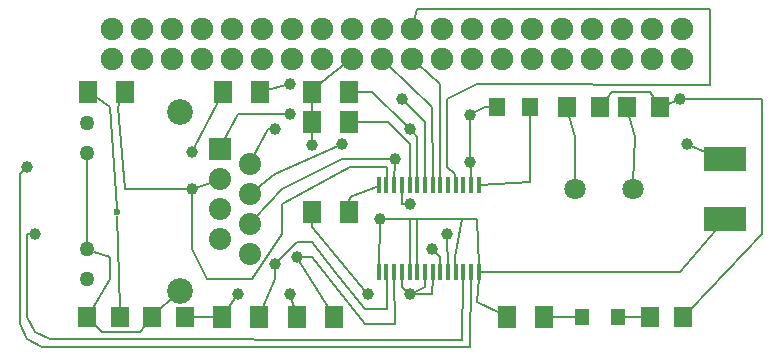
<source format=gtl>
G04 MADE WITH FRITZING*
G04 WWW.FRITZING.ORG*
G04 DOUBLE SIDED*
G04 HOLES PLATED*
G04 CONTOUR ON CENTER OF CONTOUR VECTOR*
%ASAXBY*%
%FSLAX23Y23*%
%MOIN*%
%OFA0B0*%
%SFA1.0B1.0*%
%ADD10C,0.075361*%
%ADD11C,0.039370*%
%ADD12C,0.070925*%
%ADD13C,0.070866*%
%ADD14C,0.023622*%
%ADD15C,0.073768*%
%ADD16C,0.049844*%
%ADD17C,0.085731*%
%ADD18R,0.062992X0.074803*%
%ADD19R,0.062992X0.070866*%
%ADD20R,0.055118X0.062992*%
%ADD21R,0.140000X0.080000*%
%ADD22R,0.047244X0.055118*%
%ADD23R,0.013701X0.055000*%
%ADD24C,0.008000*%
%ADD25R,0.001000X0.001000*%
%LNCOPPER1*%
G90*
G70*
G54D10*
X334Y1030D03*
X434Y1030D03*
X534Y1030D03*
X634Y1030D03*
X734Y1030D03*
X834Y1030D03*
X934Y1030D03*
X1034Y1030D03*
X1134Y1030D03*
X1234Y1030D03*
X1334Y1030D03*
X1434Y1030D03*
X1534Y1030D03*
X1634Y1030D03*
X1734Y1030D03*
X1834Y1030D03*
X1934Y1030D03*
X2034Y1030D03*
X2134Y1030D03*
X2234Y1030D03*
X2234Y1130D03*
X2134Y1130D03*
X2034Y1130D03*
X1934Y1130D03*
X1834Y1130D03*
X1734Y1130D03*
X1634Y1130D03*
X1534Y1130D03*
X1434Y1130D03*
X1334Y1130D03*
X1234Y1130D03*
X1134Y1130D03*
X1034Y1130D03*
X934Y1130D03*
X834Y1130D03*
X734Y1130D03*
X634Y1130D03*
X534Y1130D03*
X434Y1130D03*
X334Y1130D03*
G54D11*
X753Y245D03*
X952Y369D03*
X51Y670D03*
X76Y445D03*
X1529Y688D03*
X1326Y545D03*
X1101Y745D03*
X2251Y745D03*
X1452Y445D03*
X1226Y495D03*
X1186Y247D03*
X876Y346D03*
X926Y845D03*
X877Y796D03*
X1001Y742D03*
X1326Y245D03*
X1401Y395D03*
G54D12*
X2070Y595D03*
G54D13*
X1876Y595D03*
G54D11*
X1527Y844D03*
X1326Y795D03*
X1301Y895D03*
X2227Y895D03*
G54D14*
X351Y520D03*
G54D11*
X601Y595D03*
X601Y720D03*
X1276Y695D03*
X926Y945D03*
X927Y246D03*
G54D15*
X694Y730D03*
X794Y680D03*
X694Y630D03*
X794Y580D03*
X694Y530D03*
X794Y481D03*
X694Y431D03*
X794Y381D03*
G54D16*
X251Y815D03*
X251Y717D03*
X251Y395D03*
X251Y297D03*
G54D17*
X562Y854D03*
X562Y258D03*
G54D18*
X1001Y520D03*
X1124Y520D03*
X1651Y170D03*
X1774Y170D03*
X1001Y920D03*
X1124Y920D03*
X1001Y820D03*
X1124Y820D03*
G54D19*
X2126Y170D03*
X2237Y170D03*
X2051Y870D03*
X2162Y870D03*
X1851Y870D03*
X1962Y870D03*
G54D20*
X1616Y870D03*
X1726Y870D03*
G54D21*
X2376Y495D03*
X2376Y695D03*
G54D22*
X1901Y170D03*
X2020Y170D03*
G54D23*
X1557Y321D03*
X1531Y321D03*
X1505Y321D03*
X1480Y321D03*
X1454Y321D03*
X1429Y321D03*
X1403Y321D03*
X1352Y321D03*
X1377Y321D03*
X1326Y321D03*
X1301Y321D03*
X1275Y321D03*
X1249Y321D03*
X1224Y321D03*
X1557Y609D03*
X1531Y609D03*
X1505Y609D03*
X1480Y609D03*
X1454Y609D03*
X1429Y609D03*
X1403Y609D03*
X1377Y609D03*
X1352Y609D03*
X1326Y609D03*
X1301Y609D03*
X1275Y609D03*
X1249Y609D03*
X1224Y609D03*
G54D18*
X701Y170D03*
X824Y170D03*
X951Y170D03*
X1074Y170D03*
G54D19*
X576Y170D03*
X466Y170D03*
X251Y170D03*
X362Y170D03*
G54D18*
X376Y920D03*
X254Y920D03*
X826Y920D03*
X704Y920D03*
G54D24*
X63Y445D02*
X52Y446D01*
D02*
X76Y120D02*
X127Y95D01*
D02*
X52Y446D02*
X52Y169D01*
D02*
X52Y169D02*
X76Y120D01*
D02*
X127Y95D02*
X1501Y94D01*
D02*
X1527Y69D02*
X1531Y299D01*
D02*
X1501Y94D02*
X1505Y299D01*
D02*
X1530Y675D02*
X1531Y630D01*
D02*
X42Y661D02*
X27Y646D01*
D02*
X52Y95D02*
X101Y69D01*
D02*
X27Y646D02*
X27Y146D01*
D02*
X27Y146D02*
X52Y95D01*
D02*
X101Y69D02*
X1527Y69D01*
D02*
X876Y645D02*
X1089Y740D01*
D02*
X814Y596D02*
X876Y645D01*
D02*
X2264Y740D02*
X2312Y721D01*
D02*
X1301Y587D02*
X1301Y545D01*
D02*
X1301Y545D02*
X1313Y545D01*
D02*
X1527Y831D02*
X1529Y702D01*
D02*
X1301Y270D02*
X1301Y299D01*
D02*
X1317Y254D02*
X1301Y270D01*
D02*
X1001Y470D02*
X1001Y488D01*
D02*
X1177Y258D02*
X1001Y470D01*
D02*
X1377Y270D02*
X1377Y299D01*
D02*
X1338Y251D02*
X1377Y270D01*
D02*
X1401Y245D02*
X1403Y299D01*
D02*
X1339Y245D02*
X1401Y245D01*
D02*
X1454Y343D02*
X1452Y432D01*
D02*
X1426Y371D02*
X1411Y386D01*
D02*
X1428Y343D02*
X1426Y371D01*
D02*
X1126Y570D02*
X1223Y608D01*
D02*
X1125Y552D02*
X1126Y570D01*
D02*
X901Y596D02*
X1101Y696D01*
D02*
X1101Y696D02*
X1263Y695D01*
D02*
X1276Y681D02*
X1275Y630D01*
D02*
X811Y499D02*
X901Y596D01*
D02*
X1113Y1015D02*
X1053Y969D01*
D02*
X1053Y969D02*
X1027Y945D01*
D02*
X1001Y370D02*
X1176Y146D01*
D02*
X1176Y146D02*
X1276Y146D01*
D02*
X966Y370D02*
X1001Y370D01*
D02*
X1276Y146D02*
X1275Y299D01*
D02*
X705Y752D02*
X753Y845D01*
D02*
X753Y845D02*
X912Y845D01*
D02*
X1252Y195D02*
X1250Y299D01*
D02*
X853Y796D02*
X864Y796D01*
D02*
X951Y420D02*
X1001Y420D01*
D02*
X1001Y420D02*
X1076Y320D01*
D02*
X886Y355D02*
X951Y420D01*
D02*
X1076Y320D02*
X1176Y195D01*
D02*
X1176Y195D02*
X1252Y195D01*
D02*
X805Y702D02*
X853Y796D01*
D02*
X1001Y756D02*
X1001Y788D01*
D02*
X1326Y495D02*
X1240Y495D01*
D02*
X1326Y343D02*
X1326Y495D01*
D02*
X1226Y482D02*
X1224Y343D01*
D02*
X1352Y496D02*
X1352Y343D01*
D02*
X1326Y343D02*
X1326Y496D01*
D02*
X1326Y496D02*
X1352Y496D01*
D02*
X1501Y496D02*
X1351Y496D01*
D02*
X1476Y370D02*
X1501Y496D01*
D02*
X1479Y340D02*
X1476Y370D01*
D02*
X1351Y496D02*
X1352Y343D01*
D02*
X1476Y370D02*
X1479Y340D01*
D02*
X1501Y496D02*
X1476Y370D01*
D02*
X1556Y343D02*
X1552Y496D01*
D02*
X1552Y496D02*
X1501Y496D01*
D02*
X1253Y820D02*
X1326Y745D01*
D02*
X1149Y820D02*
X1253Y820D01*
D02*
X1326Y745D02*
X1326Y630D01*
D02*
X1149Y920D02*
X1201Y920D01*
D02*
X1201Y920D02*
X1317Y805D01*
D02*
X1577Y871D02*
X1539Y851D01*
D02*
X1726Y620D02*
X1558Y609D01*
D02*
X1594Y871D02*
X1577Y871D01*
D02*
X1726Y844D02*
X1726Y796D01*
D02*
X1726Y796D02*
X1726Y620D01*
D02*
X2059Y840D02*
X2076Y769D01*
D02*
X2076Y769D02*
X2070Y617D01*
D02*
X1876Y769D02*
X1876Y617D01*
D02*
X1859Y840D02*
X1876Y769D01*
D02*
X2126Y920D02*
X2140Y900D01*
D02*
X1985Y900D02*
X2001Y920D01*
D02*
X2001Y920D02*
X2126Y920D01*
D02*
X1001Y888D02*
X1001Y852D01*
D02*
X1252Y1012D02*
X1401Y869D01*
D02*
X1401Y869D02*
X1403Y630D01*
D02*
X1552Y946D02*
X2327Y944D01*
D02*
X1451Y895D02*
X1552Y946D01*
D02*
X1352Y1195D02*
X1341Y1155D01*
D02*
X1476Y645D02*
X1451Y670D01*
D02*
X1451Y670D02*
X1451Y895D01*
D02*
X1479Y623D02*
X1476Y645D01*
D02*
X2326Y1195D02*
X1352Y1195D01*
D02*
X2327Y944D02*
X2326Y1195D01*
D02*
X1426Y745D02*
X1428Y630D01*
D02*
X1353Y1013D02*
X1426Y945D01*
D02*
X1426Y945D02*
X1426Y745D01*
D02*
X1376Y820D02*
X1377Y630D01*
D02*
X1351Y769D02*
X1352Y630D01*
D02*
X1336Y785D02*
X1351Y769D01*
D02*
X1311Y886D02*
X1376Y820D01*
D02*
X2227Y320D02*
X1662Y320D01*
D02*
X1662Y320D02*
X1558Y321D01*
D02*
X2347Y461D02*
X2227Y320D01*
D02*
X1552Y220D02*
X1556Y299D01*
D02*
X1626Y183D02*
X1552Y220D01*
D02*
X1883Y170D02*
X1799Y170D01*
D02*
X2038Y170D02*
X2101Y170D01*
D02*
X2188Y880D02*
X2214Y890D01*
D02*
X2501Y895D02*
X2240Y895D01*
D02*
X2263Y197D02*
X2501Y446D01*
D02*
X2501Y446D02*
X2501Y895D01*
D02*
X959Y358D02*
X1054Y202D01*
D02*
X931Y233D02*
X941Y202D01*
D02*
X723Y202D02*
X745Y234D01*
D02*
X876Y295D02*
X837Y202D01*
D02*
X876Y332D02*
X876Y295D01*
D02*
X676Y170D02*
X602Y170D01*
D02*
X427Y120D02*
X443Y140D01*
D02*
X301Y120D02*
X427Y120D01*
D02*
X277Y144D02*
X301Y120D01*
D02*
X492Y194D02*
X535Y233D01*
D02*
X327Y371D02*
X327Y295D01*
D02*
X327Y295D02*
X270Y200D01*
D02*
X275Y388D02*
X327Y371D01*
D02*
X251Y420D02*
X251Y692D01*
D02*
X361Y200D02*
X352Y507D01*
D02*
X326Y870D02*
X280Y902D01*
D02*
X350Y534D02*
X326Y870D01*
D02*
X614Y600D02*
X670Y621D01*
D02*
X376Y595D02*
X588Y595D01*
D02*
X362Y888D02*
X353Y869D01*
D02*
X353Y869D02*
X376Y595D01*
D02*
X801Y296D02*
X651Y296D01*
D02*
X601Y395D02*
X601Y581D01*
D02*
X901Y545D02*
X901Y446D01*
D02*
X901Y446D02*
X801Y296D01*
D02*
X1250Y630D02*
X1252Y671D01*
D02*
X651Y296D02*
X601Y395D01*
D02*
X1126Y669D02*
X901Y545D01*
D02*
X1252Y671D02*
X1126Y669D01*
D02*
X688Y888D02*
X608Y732D01*
D02*
X852Y927D02*
X913Y942D01*
G54D25*
X657Y767D02*
X730Y767D01*
X657Y766D02*
X730Y766D01*
X657Y765D02*
X730Y765D01*
X657Y764D02*
X730Y764D01*
X657Y763D02*
X730Y763D01*
X657Y762D02*
X730Y762D01*
X657Y761D02*
X730Y761D01*
X657Y760D02*
X730Y760D01*
X657Y759D02*
X730Y759D01*
X657Y758D02*
X730Y758D01*
X657Y757D02*
X730Y757D01*
X657Y756D02*
X730Y756D01*
X657Y755D02*
X730Y755D01*
X657Y754D02*
X730Y754D01*
X657Y753D02*
X730Y753D01*
X657Y752D02*
X730Y752D01*
X657Y751D02*
X730Y751D01*
X657Y750D02*
X689Y750D01*
X698Y750D02*
X730Y750D01*
X657Y749D02*
X686Y749D01*
X701Y749D02*
X730Y749D01*
X657Y748D02*
X684Y748D01*
X703Y748D02*
X730Y748D01*
X657Y747D02*
X682Y747D01*
X705Y747D02*
X730Y747D01*
X657Y746D02*
X681Y746D01*
X706Y746D02*
X730Y746D01*
X657Y745D02*
X679Y745D01*
X708Y745D02*
X730Y745D01*
X657Y744D02*
X678Y744D01*
X708Y744D02*
X730Y744D01*
X657Y743D02*
X678Y743D01*
X709Y743D02*
X730Y743D01*
X657Y742D02*
X677Y742D01*
X710Y742D02*
X730Y742D01*
X657Y741D02*
X676Y741D01*
X711Y741D02*
X730Y741D01*
X657Y740D02*
X676Y740D01*
X711Y740D02*
X730Y740D01*
X657Y739D02*
X675Y739D01*
X712Y739D02*
X730Y739D01*
X657Y738D02*
X675Y738D01*
X712Y738D02*
X730Y738D01*
X657Y737D02*
X674Y737D01*
X713Y737D02*
X730Y737D01*
X657Y736D02*
X674Y736D01*
X713Y736D02*
X730Y736D01*
X657Y735D02*
X674Y735D01*
X713Y735D02*
X730Y735D01*
X657Y734D02*
X674Y734D01*
X713Y734D02*
X730Y734D01*
X657Y733D02*
X674Y733D01*
X713Y733D02*
X730Y733D01*
X657Y732D02*
X673Y732D01*
X714Y732D02*
X730Y732D01*
X657Y731D02*
X673Y731D01*
X714Y731D02*
X730Y731D01*
X657Y730D02*
X673Y730D01*
X714Y730D02*
X730Y730D01*
X657Y729D02*
X673Y729D01*
X713Y729D02*
X730Y729D01*
X657Y728D02*
X674Y728D01*
X713Y728D02*
X730Y728D01*
X657Y727D02*
X674Y727D01*
X713Y727D02*
X730Y727D01*
X657Y726D02*
X674Y726D01*
X713Y726D02*
X730Y726D01*
X657Y725D02*
X674Y725D01*
X713Y725D02*
X730Y725D01*
X657Y724D02*
X675Y724D01*
X712Y724D02*
X730Y724D01*
X657Y723D02*
X675Y723D01*
X712Y723D02*
X730Y723D01*
X657Y722D02*
X676Y722D01*
X711Y722D02*
X730Y722D01*
X657Y721D02*
X676Y721D01*
X711Y721D02*
X730Y721D01*
X657Y720D02*
X677Y720D01*
X710Y720D02*
X730Y720D01*
X657Y719D02*
X677Y719D01*
X710Y719D02*
X730Y719D01*
X657Y718D02*
X678Y718D01*
X709Y718D02*
X730Y718D01*
X657Y717D02*
X679Y717D01*
X708Y717D02*
X730Y717D01*
X657Y716D02*
X680Y716D01*
X707Y716D02*
X730Y716D01*
X657Y715D02*
X681Y715D01*
X705Y715D02*
X730Y715D01*
X657Y714D02*
X683Y714D01*
X704Y714D02*
X730Y714D01*
X657Y713D02*
X685Y713D01*
X702Y713D02*
X730Y713D01*
X657Y712D02*
X688Y712D01*
X699Y712D02*
X730Y712D01*
X657Y711D02*
X730Y711D01*
X657Y710D02*
X730Y710D01*
X657Y709D02*
X730Y709D01*
X657Y708D02*
X730Y708D01*
X657Y707D02*
X730Y707D01*
X657Y706D02*
X730Y706D01*
X657Y705D02*
X730Y705D01*
X657Y704D02*
X730Y704D01*
X657Y703D02*
X730Y703D01*
X657Y702D02*
X730Y702D01*
X657Y701D02*
X730Y701D01*
X657Y700D02*
X730Y700D01*
X657Y699D02*
X730Y699D01*
X657Y698D02*
X730Y698D01*
X657Y697D02*
X730Y697D01*
X657Y696D02*
X730Y696D01*
X657Y695D02*
X730Y695D01*
X657Y694D02*
X730Y694D01*
D02*
G04 End of Copper1*
M02*
</source>
